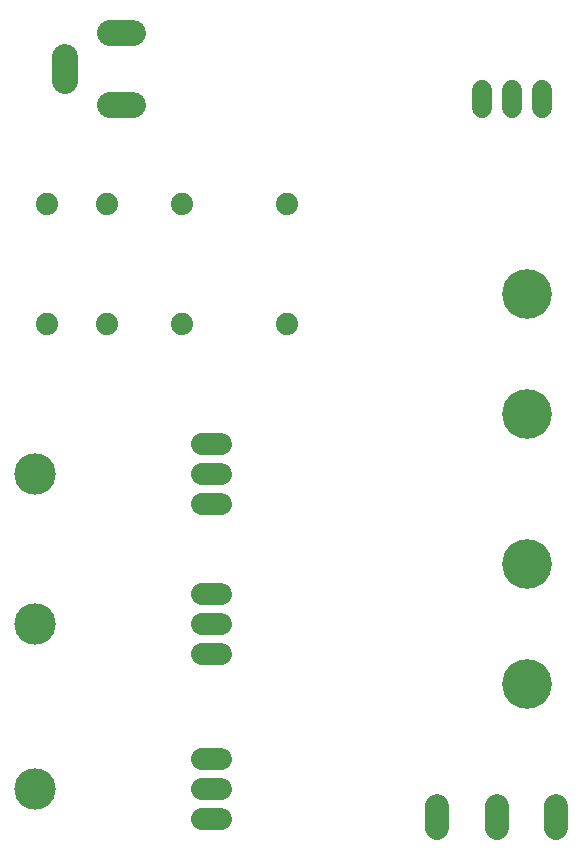
<source format=gbr>
G04 EAGLE Gerber RS-274X export*
G75*
%MOMM*%
%FSLAX34Y34*%
%LPD*%
%INSoldermask Bottom*%
%IPPOS*%
%AMOC8*
5,1,8,0,0,1.08239X$1,22.5*%
G01*
%ADD10C,1.879600*%
%ADD11C,1.879600*%
%ADD12C,3.505200*%
%ADD13C,2.203200*%
%ADD14C,4.203200*%
%ADD15C,2.003200*%
%ADD16C,1.727200*%


D10*
X165100Y482600D03*
X165100Y584200D03*
X254000Y584200D03*
X254000Y482600D03*
X101600Y584200D03*
X101600Y482600D03*
X50800Y482600D03*
X50800Y584200D03*
D11*
X182118Y63500D02*
X198882Y63500D01*
X198882Y88900D02*
X182118Y88900D01*
X182118Y114300D02*
X198882Y114300D01*
D12*
X40640Y88900D03*
D11*
X182118Y203200D02*
X198882Y203200D01*
X198882Y228600D02*
X182118Y228600D01*
X182118Y254000D02*
X198882Y254000D01*
D12*
X40640Y228600D03*
D11*
X182118Y330200D02*
X198882Y330200D01*
X198882Y355600D02*
X182118Y355600D01*
X182118Y381000D02*
X198882Y381000D01*
D12*
X40640Y355600D03*
D13*
X104300Y667500D02*
X124300Y667500D01*
X124300Y728500D02*
X104300Y728500D01*
X66300Y708500D02*
X66300Y688500D01*
D14*
X457200Y406400D03*
X457200Y508000D03*
X457200Y177800D03*
X457200Y279400D03*
D15*
X381800Y74000D02*
X381800Y56000D01*
X431800Y56000D02*
X431800Y74000D01*
X481800Y74000D02*
X481800Y56000D01*
D16*
X469900Y665480D02*
X469900Y680720D01*
X444500Y680720D02*
X444500Y665480D01*
X419100Y665480D02*
X419100Y680720D01*
M02*

</source>
